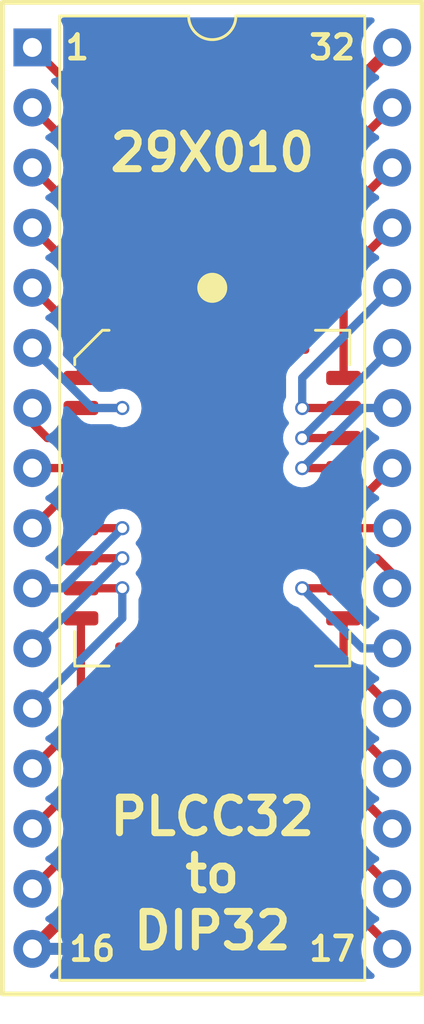
<source format=kicad_pcb>
(kicad_pcb (version 20211014) (generator pcbnew)
  (title_block (title "PLCC32 to DIP32") (date "2017-12-09") (rev "0.1") (company "FLACO 2017, licence of this schematic is CC-BY-NC-SA") (comment 1 "Fit a PLCC 29F010 to the DIP socket of a programmer"))
  (layers (0 "F.Cu" signal) (31 "B.Cu" signal) (34 "B.Paste" user) (35 "F.Paste" user) (36 "B.SilkS" user "B.Silkscreen") (37 "F.SilkS" user "F.Silkscreen") (38 "B.Mask" user) (39 "F.Mask" user) (44 "Edge.Cuts" user))
  (net 0 "")
  (net 1 "D3")
  (net 2 "A16")
  (net 3 "D4")
  (net 4 "A15")
  (net 5 "D5")
  (net 6 "A12")
  (net 7 "D6")
  (net 8 "A7")
  (net 9 "D7")
  (net 10 "A6")
  (net 11 "CE")
  (net 12 "A5")
  (net 13 "A10")
  (net 14 "A4")
  (net 15 "OE")
  (net 16 "A3")
  (net 17 "A11")
  (net 18 "A2")
  (net 19 "A9")
  (net 20 "A1")
  (net 21 "A8")
  (net 22 "A0")
  (net 23 "A13")
  (net 24 "D0")
  (net 25 "A14")
  (net 26 "D1")
  (net 27 "D2")
  (net 28 "WE")
  (net 29 "GND")
  (net 30 "+5V")
  (net 31 "A17")
  (net 32 "A18")
  (footprint "Package_LCC:PLCC-32_11.4x14.0mm_P1.27mm" (layer "F.Cu") (at 147.32 105.41)
    (fp_text reference "U1" hide)
    (fp_text value "PLCC")
    (fp_line (start 4.37 -7.095) (end 5.825 -7.095) (layer "F.SilkS") (width 0.12))
    (fp_line (start -4.37 -7.095) (end -4.652782 -7.095) (layer "F.SilkS") (width 0.12))
    (fp_line (start 5.825 -7.095) (end 5.825 -5.64) (layer "F.SilkS") (width 0.12))
    (fp_line (start 4.37 7.095) (end 5.825 7.095) (layer "F.SilkS") (width 0.12))
    (fp_line (start -5.825 7.095) (end -5.825 5.64) (layer "F.SilkS") (width 0.12))
    (fp_line (start -4.652782 -7.095) (end -5.825 -5.922782) (layer "F.SilkS") (width 0.12))
    (fp_line (start -4.37 7.095) (end -5.825 7.095) (layer "F.SilkS") (width 0.12))
    (fp_line (start 5.825 7.095) (end 5.825 5.64) (layer "F.SilkS") (width 0.12))
    (fp_line (start -5.825 -5.922782) (end -5.825 -5.64) (layer "F.SilkS") (width 0.12))
    (pad "1" smd roundrect (at 0 -6.8375) (size 0.6 1.475) (layers "F.Cu" "F.Paste" "F.Mask") (net 32 "A18"))
    (pad "2" smd roundrect (at -1.27 -6.8375) (size 0.6 1.475) (layers "F.Cu" "F.Paste" "F.Mask") (net 2 "A16"))
    (pad "3" smd roundrect (at -2.54 -6.8375) (size 0.6 1.475) (layers "F.Cu" "F.Paste" "F.Mask") (net 4 "A15"))
    (pad "4" smd roundrect (at -3.81 -6.8375) (size 0.6 1.475) (layers "F.Cu" "F.Paste" "F.Mask") (net 6 "A12"))
    (pad "5" smd roundrect (at -5.5625 -5.08) (size 1.475 0.6) (layers "F.Cu" "F.Paste" "F.Mask") (net 8 "A7"))
    (pad "6" smd roundrect (at -5.5625 -3.81) (size 1.475 0.6) (layers "F.Cu" "F.Paste" "F.Mask") (net 10 "A6"))
    (pad "7" smd roundrect (at -5.5625 -2.54) (size 1.475 0.6) (layers "F.Cu" "F.Paste" "F.Mask") (net 12 "A5"))
    (pad "8" smd roundrect (at -5.5625 -1.27) (size 1.475 0.6) (layers "F.Cu" "F.Paste" "F.Mask") (net 14 "A4"))
    (pad "9" smd roundrect (at -5.5625 0) (size 1.475 0.6) (layers "F.Cu" "F.Paste" "F.Mask") (net 16 "A3"))
    (pad "10" smd roundrect (at -5.5625 1.27) (size 1.475 0.6) (layers "F.Cu" "F.Paste" "F.Mask") (net 18 "A2"))
    (pad "11" smd roundrect (at -5.5625 2.54) (size 1.475 0.6) (layers "F.Cu" "F.Paste" "F.Mask") (net 20 "A1"))
    (pad "12" smd roundrect (at -5.5625 3.81) (size 1.475 0.6) (layers "F.Cu" "F.Paste" "F.Mask") (net 22 "A0"))
    (pad "13" smd roundrect (at -5.5625 5.08) (size 1.475 0.6) (layers "F.Cu" "F.Paste" "F.Mask") (net 24 "D0"))
    (pad "14" smd roundrect (at -3.81 6.8375) (size 0.6 1.475) (layers "F.Cu" "F.Paste" "F.Mask") (net 26 "D1"))
    (pad "15" smd roundrect (at -2.54 6.8375) (size 0.6 1.475) (layers "F.Cu" "F.Paste" "F.Mask") (net 27 "D2"))
    (pad "16" smd roundrect (at -1.27 6.8375) (size 0.6 1.475) (layers "F.Cu" "F.Paste" "F.Mask") (net 29 "GND"))
    (pad "17" smd roundrect (at 0 6.8375) (size 0.6 1.475) (layers "F.Cu" "F.Paste" "F.Mask") (net 1 "D3"))
    (pad "18" smd roundrect (at 1.27 6.8375) (size 0.6 1.475) (layers "F.Cu" "F.Paste" "F.Mask") (net 3 "D4"))
    (pad "19" smd roundrect (at 2.54 6.8375) (size 0.6 1.475) (layers "F.Cu" "F.Paste" "F.Mask") (net 5 "D5"))
    (pad "20" smd roundrect (at 3.81 6.8375) (size 0.6 1.475) (layers "F.Cu" "F.Paste" "F.Mask") (net 7 "D6"))
    (pad "21" smd roundrect (at 5.5625 5.08) (size 1.475 0.6) (layers "F.Cu" "F.Paste" "F.Mask") (net 9 "D7"))
    (pad "22" smd roundrect (at 5.5625 3.81) (size 1.475 0.6) (layers "F.Cu" "F.Paste" "F.Mask") (net 11 "CE"))
    (pad "23" smd roundrect (at 5.5625 2.54) (size 1.475 0.6) (layers "F.Cu" "F.Paste" "F.Mask") (net 13 "A10"))
    (pad "24" smd roundrect (at 5.5625 1.27) (size 1.475 0.6) (layers "F.Cu" "F.Paste" "F.Mask") (net 15 "OE"))
    (pad "25" smd roundrect (at 5.5625 0) (size 1.475 0.6) (layers "F.Cu" "F.Paste" "F.Mask") (net 17 "A11"))
    (pad "26" smd roundrect (at 5.5625 -1.27) (size 1.475 0.6) (layers "F.Cu" "F.Paste" "F.Mask") (net 19 "A9"))
    (pad "27" smd roundrect (at 5.5625 -2.54) (size 1.475 0.6) (layers "F.Cu" "F.Paste" "F.Mask") (net 21 "A8"))
    (pad "28" smd roundrect (at 5.5625 -3.81) (size 1.475 0.6) (layers "F.Cu" "F.Paste" "F.Mask") (net 23 "A13"))
    (pad "29" smd roundrect (at 5.5625 -5.08) (size 1.475 0.6) (layers "F.Cu" "F.Paste" "F.Mask") (net 25 "A14"))
    (pad "30" smd roundrect (at 3.81 -6.8375) (size 0.6 1.475) (layers "F.Cu" "F.Paste" "F.Mask") (net 31 "A17"))
    (pad "31" smd roundrect (at 2.54 -6.8375) (size 0.6 1.475) (layers "F.Cu" "F.Paste" "F.Mask") (net 28 "WE"))
    (pad "32" smd roundrect (at 1.27 -6.8375) (size 0.6 1.475) (layers "F.Cu" "F.Paste" "F.Mask") (net 30 "+5V"))
  )
  (footprint "Package_DIP:DIP-32_W15.24mm" (layer "F.Cu") (at 139.7 86.36)
    (fp_text reference "U2" hide)
    (fp_text value "DIP")
    (fp_line (start 1.16 39.43) (end 14.08 39.43) (layer "F.SilkS") (width 0.12))
    (fp_line (start 1.16 -1.33) (end 1.16 39.43) (layer "F.SilkS") (width 0.12))
    (fp_line (start 14.08 39.43) (end 14.08 -1.33) (layer "F.SilkS") (width 0.12))
    (fp_line (start 14.08 -1.33) (end 8.62 -1.33) (layer "F.SilkS") (width 0.12))
    (fp_line (start 6.62 -1.33) (end 1.16 -1.33) (layer "F.SilkS") (width 0.12))
    (fp_arc (start 8.62 -1.33) (mid 7.62 -0.33) (end 6.62 -1.33) (layer "F.SilkS") (width 0.12))
    (pad "1" thru_hole rect (at 0 0) (size 1.6 1.6) (drill 0.8) (layers *.Cu *.Mask) (net 32 "A18"))
    (pad "2" thru_hole oval (at 0 2.54) (size 1.6 1.6) (drill 0.8) (layers *.Cu *.Mask) (net 2 "A16"))
    (pad "3" thru_hole oval (at 0 5.08) (size 1.6 1.6) (drill 0.8) (layers *.Cu *.Mask) (net 4 "A15"))
    (pad "4" thru_hole oval (at 0 7.62) (size 1.6 1.6) (drill 0.8) (layers *.Cu *.Mask) (net 6 "A12"))
    (pad "5" thru_hole oval (at 0 10.16) (size 1.6 1.6) (drill 0.8) (layers *.Cu *.Mask) (net 8 "A7"))
    (pad "6" thru_hole oval (at 0 12.7) (size 1.6 1.6) (drill 0.8) (layers *.Cu *.Mask) (net 10 "A6"))
    (pad "7" thru_hole oval (at 0 15.24) (size 1.6 1.6) (drill 0.8) (layers *.Cu *.Mask) (net 12 "A5"))
    (pad "8" thru_hole oval (at 0 17.78) (size 1.6 1.6) (drill 0.8) (layers *.Cu *.Mask) (net 14 "A4"))
    (pad "9" thru_hole oval (at 0 20.32) (size 1.6 1.6) (drill 0.8) (layers *.Cu *.Mask) (net 16 "A3"))
    (pad "10" thru_hole oval (at 0 22.86) (size 1.6 1.6) (drill 0.8) (layers *.Cu *.Mask) (net 18 "A2"))
    (pad "11" thru_hole oval (at 0 25.4) (size 1.6 1.6) (drill 0.8) (layers *.Cu *.Mask) (net 20 "A1"))
    (pad "12" thru_hole oval (at 0 27.94) (size 1.6 1.6) (drill 0.8) (layers *.Cu *.Mask) (net 22 "A0"))
    (pad "13" thru_hole oval (at 0 30.48) (size 1.6 1.6) (drill 0.8) (layers *.Cu *.Mask) (net 24 "D0"))
    (pad "14" thru_hole oval (at 0 33.02) (size 1.6 1.6) (drill 0.8) (layers *.Cu *.Mask) (net 26 "D1"))
    (pad "15" thru_hole oval (at 0 35.56) (size 1.6 1.6) (drill 0.8) (layers *.Cu *.Mask) (net 27 "D2"))
    (pad "16" thru_hole oval (at 0 38.1) (size 1.6 1.6) (drill 0.8) (layers *.Cu *.Mask) (net 29 "GND"))
    (pad "17" thru_hole oval (at 15.24 38.1) (size 1.6 1.6) (drill 0.8) (layers *.Cu *.Mask) (net 1 "D3"))
    (pad "18" thru_hole oval (at 15.24 35.56) (size 1.6 1.6) (drill 0.8) (layers *.Cu *.Mask) (net 3 "D4"))
    (pad "19" thru_hole oval (at 15.24 33.02) (size 1.6 1.6) (drill 0.8) (layers *.Cu *.Mask) (net 5 "D5"))
    (pad "20" thru_hole oval (at 15.24 30.48) (size 1.6 1.6) (drill 0.8) (layers *.Cu *.Mask) (net 7 "D6"))
    (pad "21" thru_hole oval (at 15.24 27.94) (size 1.6 1.6) (drill 0.8) (layers *.Cu *.Mask) (net 9 "D7"))
    (pad "22" thru_hole oval (at 15.24 25.4) (size 1.6 1.6) (drill 0.8) (layers *.Cu *.Mask) (net 11 "CE"))
    (pad "23" thru_hole oval (at 15.24 22.86) (size 1.6 1.6) (drill 0.8) (layers *.Cu *.Mask) (net 13 "A10"))
    (pad "24" thru_hole oval (at 15.24 20.32) (size 1.6 1.6) (drill 0.8) (layers *.Cu *.Mask) (net 15 "OE"))
    (pad "25" thru_hole oval (at 15.24 17.78) (size 1.6 1.6) (drill 0.8) (layers *.Cu *.Mask) (net 17 "A11"))
    (pad "26" thru_hole oval (at 15.24 15.24) (size 1.6 1.6) (drill 0.8) (layers *.Cu *.Mask) (net 19 "A9"))
    (pad "27" thru_hole oval (at 15.24 12.7) (size 1.6 1.6) (drill 0.8) (layers *.Cu *.Mask) (net 21 "A8"))
    (pad "28" thru_hole oval (at 15.24 10.16) (size 1.6 1.6) (drill 0.8) (layers *.Cu *.Mask) (net 23 "A13"))
    (pad "29" thru_hole oval (at 15.24 7.62) (size 1.6 1.6) (drill 0.8) (layers *.Cu *.Mask) (net 25 "A14"))
    (pad "30" thru_hole oval (at 15.24 5.08) (size 1.6 1.6) (drill 0.8) (layers *.Cu *.Mask) (net 31 "A17"))
    (pad "31" thru_hole oval (at 15.24 2.54) (size 1.6 1.6) (drill 0.8) (layers *.Cu *.Mask) (net 28 "WE"))
    (pad "32" thru_hole oval (at 15.24 0) (size 1.6 1.6) (drill 0.8) (layers *.Cu *.Mask) (net 30 "+5V"))
  )
  (gr_line (start 138.43 84.455) (end 156.21 84.455) (layer "F.SilkS") (width 0.2))
  (gr_line (start 156.21 126.365) (end 138.43 126.365) (layer "F.SilkS") (width 0.2))
  (gr_circle (center 147.32 96.52) (end 147.6375 96.52) (layer "F.SilkS") (width 0.635) (fill none))
  (gr_line (start 156.21 84.455) (end 156.21 126.365) (layer "F.SilkS") (width 0.2))
  (gr_line (start 138.43 126.365) (end 138.43 84.455) (layer "F.SilkS") (width 0.2))
  (gr_text "16" (at 142.24 124.46) (layer "F.SilkS") (effects (font (size 1 1) (thickness 0.2))))
  (gr_text "32" (at 152.4 86.36) (layer "F.SilkS") (effects (font (size 1 1) (thickness 0.2))))
  (gr_text "17" (at 152.4 124.46) (layer "F.SilkS") (effects (font (size 1 1) (thickness 0.2))))
  (gr_text "PLCC32\nto\nDIP32" (at 147.32 121.285) (layer "F.SilkS") (effects (font (size 1.5 1.5) (thickness 0.3))))
  (gr_text "29X010" (at 147.32 90.805) (layer "F.SilkS") (effects (font (size 1.5 1.5) (thickness 0.3))))
  (gr_text "1" (at 141.605 86.36) (layer "F.SilkS") (effects (font (size 1 1) (thickness 0.2))))
  (segment (start 147.32 112.2475) (end 147.32 116.84) (width 0.35) (layer "F.Cu") (net 1))
  (segment (start 147.32 116.84) (end 154.94 124.46) (width 0.35) (layer "F.Cu") (net 1))
  (segment (start 146.05 95.25) (end 139.7 88.9) (width 0.35) (layer "F.Cu") (net 2))
  (segment (start 146.05 98.5725) (end 146.05 95.25) (width 0.35) (layer "F.Cu") (net 2))
  (segment (start 148.59 112.2475) (end 148.59 115.57) (width 0.35) (layer "F.Cu") (net 3))
  (segment (start 148.59 115.57) (end 154.94 121.92) (width 0.35) (layer "F.Cu") (net 3))
  (segment (start 144.78 98.5725) (end 144.78 96.52) (width 0.35) (layer "F.Cu") (net 4))
  (segment (start 144.78 96.52) (end 139.7 91.44) (width 0.35) (layer "F.Cu") (net 4))
  (segment (start 149.86 114.3) (end 154.94 119.38) (width 0.35) (layer "F.Cu") (net 5))
  (segment (start 149.86 112.2475) (end 149.86 114.3) (width 0.35) (layer "F.Cu") (net 5))
  (segment (start 143.51 97.79) (end 139.7 93.98) (width 0.35) (layer "F.Cu") (net 6))
  (segment (start 143.51 98.5725) (end 143.51 97.79) (width 0.35) (layer "F.Cu") (net 6))
  (segment (start 151.13 112.2475) (end 151.13 113.03) (width 0.35) (layer "F.Cu") (net 7))
  (segment (start 151.13 113.03) (end 154.94 116.84) (width 0.35) (layer "F.Cu") (net 7))
  (segment (start 141.7575 98.5775) (end 139.7 96.52) (width 0.35) (layer "F.Cu") (net 8))
  (segment (start 141.7575 100.33) (end 141.7575 98.5775) (width 0.35) (layer "F.Cu") (net 8))
  (segment (start 152.8825 112.2425) (end 154.94 114.3) (width 0.35) (layer "F.Cu") (net 9))
  (segment (start 152.8825 110.49) (end 152.8825 112.2425) (width 0.35) (layer "F.Cu") (net 9))
  (segment (start 141.7575 101.6) (end 143.509994 101.6) (width 0.35) (layer "F.Cu") (net 10))
  (segment (start 143.509994 101.6) (end 143.51 101.600006) (width 0.35) (layer "F.Cu") (net 10))
  (via (at 143.51 101.600006) (size 0.6) (drill 0.4) (layers "F.Cu" "B.Cu") (net 10))
  (segment (start 142.240006 101.600006) (end 143.51 101.600006) (width 0.35) (layer "B.Cu") (net 10))
  (segment (start 139.7 99.06) (end 142.240006 101.600006) (width 0.35) (layer "B.Cu") (net 10))
  (segment (start 152.8825 109.22) (end 151.129994 109.22) (width 0.35) (layer "F.Cu") (net 11))
  (via (at 151.129994 109.22) (size 0.6) (drill 0.4) (layers "F.Cu" "B.Cu") (net 11))
  (segment (start 153.669994 111.76) (end 151.129994 109.22) (width 0.35) (layer "B.Cu") (net 11))
  (segment (start 154.94 111.76) (end 153.669994 111.76) (width 0.35) (layer "B.Cu") (net 11))
  (segment (start 140.335 102.87) (end 139.7 102.235) (width 0.35) (layer "F.Cu") (net 12))
  (segment (start 141.7575 102.87) (end 140.335 102.87) (width 0.35) (layer "F.Cu") (net 12))
  (segment (start 139.7 102.235) (end 139.7 101.6) (width 0.35) (layer "F.Cu") (net 12))
  (segment (start 154.305 107.95) (end 154.94 108.585) (width 0.35) (layer "F.Cu") (net 13))
  (segment (start 152.8825 107.95) (end 154.305 107.95) (width 0.35) (layer "F.Cu") (net 13))
  (segment (start 154.94 108.585) (end 154.94 109.22) (width 0.35) (layer "F.Cu") (net 13))
  (segment (start 141.7575 104.14) (end 139.7 104.14) (width 0.35) (layer "F.Cu") (net 14))
  (segment (start 152.8825 106.68) (end 154.94 106.68) (width 0.35) (layer "F.Cu") (net 15))
  (segment (start 140.97 105.41) (end 139.7 106.68) (width 0.35) (layer "F.Cu") (net 16))
  (segment (start 141.7575 105.41) (end 140.97 105.41) (width 0.35) (layer "F.Cu") (net 16))
  (segment (start 153.67 105.41) (end 154.94 104.14) (width 0.35) (layer "F.Cu") (net 17))
  (segment (start 152.8825 105.41) (end 153.67 105.41) (width 0.35) (layer "F.Cu") (net 17))
  (segment (start 143.51 106.68) (end 141.7575 106.68) (width 0.35) (layer "F.Cu") (net 18))
  (via (at 143.51 106.68) (size 0.6) (drill 0.4) (layers "F.Cu" "B.Cu") (net 18))
  (segment (start 139.7 109.22) (end 140.97 109.22) (width 0.35) (layer "B.Cu") (net 18))
  (segment (start 140.97 109.22) (end 143.51 106.68) (width 0.35) (layer "B.Cu") (net 18))
  (segment (start 151.13 104.14) (end 152.8825 104.14) (width 0.35) (layer "F.Cu") (net 19))
  (via (at 151.13 104.14) (size 0.6) (drill 0.4) (layers "F.Cu" "B.Cu") (net 19))
  (segment (start 154.94 101.6) (end 153.67 101.6) (width 0.35) (layer "B.Cu") (net 19))
  (segment (start 153.67 101.6) (end 151.13 104.14) (width 0.35) (layer "B.Cu") (net 19))
  (segment (start 141.7575 107.95) (end 143.510008 107.95) (width 0.35) (layer "F.Cu") (net 20))
  (via (at 143.510008 107.95) (size 0.6) (drill 0.4) (layers "F.Cu" "B.Cu") (net 20))
  (segment (start 139.7 111.76) (end 143.51 107.95) (width 0.35) (layer "B.Cu") (net 20))
  (segment (start 143.51 107.95) (end 143.510008 107.95) (width 0.35) (layer "B.Cu") (net 20))
  (segment (start 152.8825 102.87) (end 151.13 102.87) (width 0.35) (layer "F.Cu") (net 21))
  (via (at 151.13 102.87) (size 0.6) (drill 0.4) (layers "F.Cu" "B.Cu") (net 21))
  (segment (start 154.94 99.06) (end 151.13 102.87) (width 0.35) (layer "B.Cu") (net 21))
  (segment (start 143.51 109.22) (end 141.7575 109.22) (width 0.35) (layer "F.Cu") (net 22))
  (via (at 143.51 109.22) (size 0.6) (drill 0.4) (layers "F.Cu" "B.Cu") (net 22))
  (segment (start 143.51 110.49) (end 143.51 109.22) (width 0.35) (layer "B.Cu") (net 22))
  (segment (start 139.7 114.3) (end 143.51 110.49) (width 0.35) (layer "B.Cu") (net 22))
  (segment (start 151.13 101.6) (end 152.8825 101.6) (width 0.35) (layer "F.Cu") (net 23))
  (via (at 151.13 101.6) (size 0.6) (drill 0.4) (layers "F.Cu" "B.Cu") (net 23))
  (segment (start 154.94 96.52) (end 151.13 100.33) (width 0.35) (layer "B.Cu") (net 23))
  (segment (start 151.13 100.33) (end 151.13 101.6) (width 0.35) (layer "B.Cu") (net 23))
  (segment (start 141.7575 114.7825) (end 139.7 116.84) (width 0.35) (layer "F.Cu") (net 24))
  (segment (start 141.7575 110.49) (end 141.7575 114.7825) (width 0.35) (layer "F.Cu") (net 24))
  (segment (start 152.8825 96.0375) (end 154.94 93.98) (width 0.35) (layer "F.Cu") (net 25))
  (segment (start 152.8825 100.33) (end 152.8825 96.0375) (width 0.35) (layer "F.Cu") (net 25))
  (segment (start 143.51 112.2475) (end 143.51 115.57) (width 0.35) (layer "F.Cu") (net 26))
  (segment (start 143.51 115.57) (end 139.7 119.38) (width 0.35) (layer "F.Cu") (net 26))
  (segment (start 144.78 112.2475) (end 144.78 116.84) (width 0.35) (layer "F.Cu") (net 27))
  (segment (start 144.78 116.84) (end 139.7 121.92) (width 0.35) (layer "F.Cu") (net 27))
  (segment (start 149.86 98.5725) (end 149.86 93.98) (width 0.35) (layer "F.Cu") (net 28))
  (segment (start 149.86 93.98) (end 154.94 88.9) (width 0.35) (layer "F.Cu") (net 28))
  (segment (start 146.05 112.2475) (end 146.05 118.11) (width 0.5) (layer "F.Cu") (net 29))
  (segment (start 146.05 118.11) (end 139.7 124.46) (width 0.5) (layer "F.Cu") (net 29))
  (segment (start 148.59 92.71) (end 154.94 86.36) (width 0.5) (layer "F.Cu") (net 30))
  (segment (start 148.59 98.5725) (end 148.59 92.71) (width 0.5) (layer "F.Cu") (net 30))
  (segment (start 151.13 95.25) (end 154.94 91.44) (width 0.35) (layer "F.Cu") (net 31))
  (segment (start 151.13 98.5725) (end 151.13 95.25) (width 0.35) (layer "F.Cu") (net 31))
  (segment (start 147.32 93.98) (end 139.7 86.36) (width 0.35) (layer "F.Cu") (net 32))
  (segment (start 147.32 98.5725) (end 147.32 93.98) (width 0.35) (layer "F.Cu") (net 32))
  (zone (net 29) (net_name "GND") (layer "B.Cu") (connect_pads (clearance 0.508)) (min_thickness 0.254) (fill yes (thermal_gap 0.508) (thermal_bridge_width 0.508))
    (polygon (pts (xy 155.575 125.73) (xy 139.065 125.73) (xy 139.065 85.09) (xy 155.575 85.09)))
  )
)
</source>
